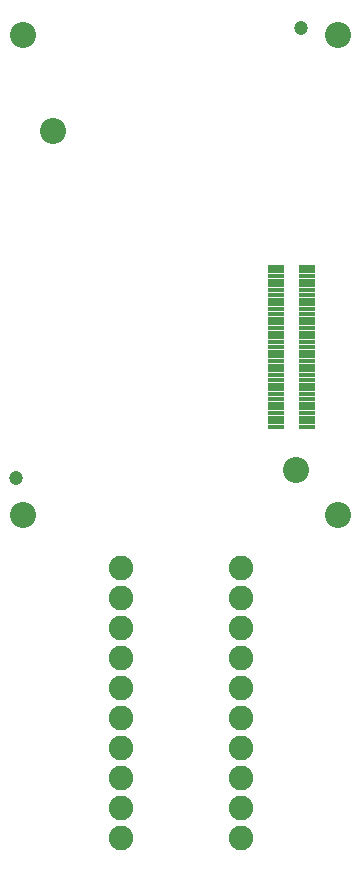
<source format=gbr>
G04 EAGLE Gerber RS-274X export*
G75*
%MOMM*%
%FSLAX34Y34*%
%LPD*%
%INSoldermask Bottom*%
%IPPOS*%
%AMOC8*
5,1,8,0,0,1.08239X$1,22.5*%
G01*
%ADD10C,2.203200*%
%ADD11R,1.343200X0.403200*%
%ADD12C,1.203200*%
%ADD13C,2.082800*%


D10*
X285750Y19050D03*
X19050Y19050D03*
X19050Y425450D03*
X285750Y425450D03*
D11*
X259600Y93800D03*
X233200Y93800D03*
X259600Y97800D03*
X233200Y97800D03*
X259600Y101800D03*
X233200Y101800D03*
X259600Y105800D03*
X233200Y105800D03*
X259600Y109800D03*
X233200Y109800D03*
X259600Y113800D03*
X233200Y113800D03*
X259600Y117800D03*
X233200Y117800D03*
X259600Y121800D03*
X233200Y121800D03*
X259600Y125800D03*
X233200Y125800D03*
X259600Y129800D03*
X233200Y129800D03*
X259600Y133800D03*
X233200Y133800D03*
X259600Y137800D03*
X233200Y137800D03*
X259600Y141800D03*
X233200Y141800D03*
X259600Y145800D03*
X233200Y145800D03*
X259600Y149800D03*
X233200Y149800D03*
X259600Y153800D03*
X233200Y153800D03*
X259600Y157800D03*
X233200Y157800D03*
X259600Y161800D03*
X233200Y161800D03*
X259600Y165800D03*
X233200Y165800D03*
X259600Y169800D03*
X233200Y169800D03*
X259600Y173800D03*
X233200Y173800D03*
X259600Y177800D03*
X233200Y177800D03*
X259600Y181800D03*
X233200Y181800D03*
X259600Y185800D03*
X233200Y185800D03*
X259600Y189800D03*
X233200Y189800D03*
X259600Y193800D03*
X233200Y193800D03*
X259600Y197800D03*
X233200Y197800D03*
X259600Y201800D03*
X233200Y201800D03*
X259600Y205800D03*
X233200Y205800D03*
X259600Y209800D03*
X233200Y209800D03*
X259600Y213800D03*
X233200Y213800D03*
X259600Y217800D03*
X233200Y217800D03*
X259600Y221800D03*
X233200Y221800D03*
X259600Y225800D03*
X233200Y225800D03*
X259600Y229800D03*
X233200Y229800D03*
D10*
X44100Y344800D03*
X250100Y57900D03*
D12*
X12700Y50800D03*
X254000Y431800D03*
D13*
X203200Y-254000D03*
X203200Y-228600D03*
X203200Y-203200D03*
X203200Y-177800D03*
X203200Y-152400D03*
X203200Y-127000D03*
X203200Y-101600D03*
X203200Y-76200D03*
X203200Y-50800D03*
X203200Y-25400D03*
X101600Y-254000D03*
X101600Y-228600D03*
X101600Y-203200D03*
X101600Y-177800D03*
X101600Y-152400D03*
X101600Y-127000D03*
X101600Y-101600D03*
X101600Y-76200D03*
X101600Y-50800D03*
X101600Y-25400D03*
M02*

</source>
